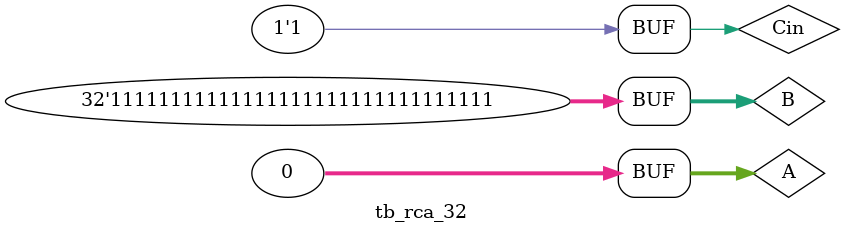
<source format=v>
module tb_rca_32;
    reg [31:0] A, B;
    reg Cin;
    wire [31:0] SUM;
    wire Cout;

    rca_32 UUT (
        .A(A), .B(B), .Cin(Cin),
        .SUM(SUM), .Cout(Cout)
    );

    initial begin
        A = 32'd100000; B = 32'd200000; Cin = 0;
        #10 A = 32'hFFFFFFFF; B = 32'd1; Cin = 0;
        #10 A = 32'd12345678; B = 32'd87654321; Cin = 1;
        #10 A = 32'd0; B = 32'd4294967295; Cin = 1;
    end
endmodule

</source>
